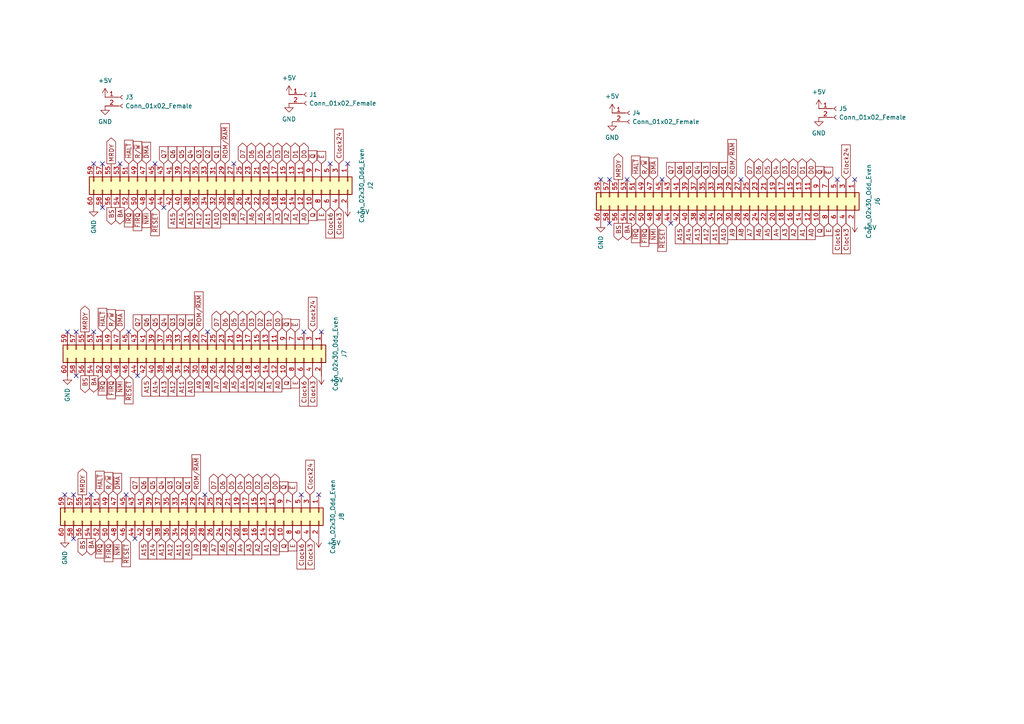
<source format=kicad_sch>
(kicad_sch (version 20211123) (generator eeschema)
  (paper "A4")
  (lib_symbols
    (symbol "Connector:Conn_01x02_Female" (pin_names (offset 1.016) hide)
      (property "Reference" "J" (at 0 2.54 0))
      (property "Value" "Conn_01x02_Female" (at 0 -5.08 0))
      (symbol "Conn_01x02_Female_1_1"
        (arc (start 0 -2.032) (mid -0.508 -2.54) (end 0 -3.048) (stroke (width 0.1524)))
        (polyline (pts (xy -1.27 -2.54) (xy -0.508 -2.54)) (stroke (width 0.1524)))
        (polyline (pts (xy -1.27 0) (xy -0.508 0)) (stroke (width 0.1524)))
        (arc (start 0 0.508) (mid -0.508 0) (end 0 -0.508) (stroke (width 0.1524)))
        (pin passive line (at -5.08 0 0) (length 3.81) (name "Pin_1") (number "1"))
        (pin passive line (at -5.08 -2.54 0) (length 3.81) (name "Pin_2") (number "2"))
      )
    )
    (symbol "Connector_Generic:Conn_02x30_Odd_Even" (pin_names (offset 1.016) hide)
      (property "Reference" "J" (at 1.27 38.1 0))
      (property "Value" "Conn_02x30_Odd_Even" (at 1.27 -40.64 0))
      (symbol "Conn_02x30_Odd_Even_1_1"
        (rectangle (start -1.27 -37.973) (end 0 -38.227) (stroke (width 0.1524)))
        (rectangle (start -1.27 -35.433) (end 0 -35.687) (stroke (width 0.1524)))
        (rectangle (start -1.27 -32.893) (end 0 -33.147) (stroke (width 0.1524)))
        (rectangle (start -1.27 -30.353) (end 0 -30.607) (stroke (width 0.1524)))
        (rectangle (start -1.27 -27.813) (end 0 -28.067) (stroke (width 0.1524)))
        (rectangle (start -1.27 -25.273) (end 0 -25.527) (stroke (width 0.1524)))
        (rectangle (start -1.27 -22.733) (end 0 -22.987) (stroke (width 0.1524)))
        (rectangle (start -1.27 -20.193) (end 0 -20.447) (stroke (width 0.1524)))
        (rectangle (start -1.27 -17.653) (end 0 -17.907) (stroke (width 0.1524)))
        (rectangle (start -1.27 -15.113) (end 0 -15.367) (stroke (width 0.1524)))
        (rectangle (start -1.27 -12.573) (end 0 -12.827) (stroke (width 0.1524)))
        (rectangle (start -1.27 -10.033) (end 0 -10.287) (stroke (width 0.1524)))
        (rectangle (start -1.27 -7.493) (end 0 -7.747) (stroke (width 0.1524)))
        (rectangle (start -1.27 -4.953) (end 0 -5.207) (stroke (width 0.1524)))
        (rectangle (start -1.27 -2.413) (end 0 -2.667) (stroke (width 0.1524)))
        (rectangle (start -1.27 0.127) (end 0 -0.127) (stroke (width 0.1524)))
        (rectangle (start -1.27 2.667) (end 0 2.413) (stroke (width 0.1524)))
        (rectangle (start -1.27 5.207) (end 0 4.953) (stroke (width 0.1524)))
        (rectangle (start -1.27 7.747) (end 0 7.493) (stroke (width 0.1524)))
        (rectangle (start -1.27 10.287) (end 0 10.033) (stroke (width 0.1524)))
        (rectangle (start -1.27 12.827) (end 0 12.573) (stroke (width 0.1524)))
        (rectangle (start -1.27 15.367) (end 0 15.113) (stroke (width 0.1524)))
        (rectangle (start -1.27 17.907) (end 0 17.653) (stroke (width 0.1524)))
        (rectangle (start -1.27 20.447) (end 0 20.193) (stroke (width 0.1524)))
        (rectangle (start -1.27 22.987) (end 0 22.733) (stroke (width 0.1524)))
        (rectangle (start -1.27 25.527) (end 0 25.273) (stroke (width 0.1524)))
        (rectangle (start -1.27 28.067) (end 0 27.813) (stroke (width 0.1524)))
        (rectangle (start -1.27 30.607) (end 0 30.353) (stroke (width 0.1524)))
        (rectangle (start -1.27 33.147) (end 0 32.893) (stroke (width 0.1524)))
        (rectangle (start -1.27 35.687) (end 0 35.433) (stroke (width 0.1524)))
        (rectangle (start -1.27 36.83) (end 3.81 -39.37) (stroke (width 0.254)) (fill (type background)))
        (rectangle (start 3.81 -37.973) (end 2.54 -38.227) (stroke (width 0.1524)))
        (rectangle (start 3.81 -35.433) (end 2.54 -35.687) (stroke (width 0.1524)))
        (rectangle (start 3.81 -32.893) (end 2.54 -33.147) (stroke (width 0.1524)))
        (rectangle (start 3.81 -30.353) (end 2.54 -30.607) (stroke (width 0.1524)))
        (rectangle (start 3.81 -27.813) (end 2.54 -28.067) (stroke (width 0.1524)))
        (rectangle (start 3.81 -25.273) (end 2.54 -25.527) (stroke (width 0.1524)))
        (rectangle (start 3.81 -22.733) (end 2.54 -22.987) (stroke (width 0.1524)))
        (rectangle (start 3.81 -20.193) (end 2.54 -20.447) (stroke (width 0.1524)))
        (rectangle (start 3.81 -17.653) (end 2.54 -17.907) (stroke (width 0.1524)))
        (rectangle (start 3.81 -15.113) (end 2.54 -15.367) (stroke (width 0.1524)))
        (rectangle (start 3.81 -12.573) (end 2.54 -12.827) (stroke (width 0.1524)))
        (rectangle (start 3.81 -10.033) (end 2.54 -10.287) (stroke (width 0.1524)))
        (rectangle (start 3.81 -7.493) (end 2.54 -7.747) (stroke (width 0.1524)))
        (rectangle (start 3.81 -4.953) (end 2.54 -5.207) (stroke (width 0.1524)))
        (rectangle (start 3.81 -2.413) (end 2.54 -2.667) (stroke (width 0.1524)))
        (rectangle (start 3.81 0.127) (end 2.54 -0.127) (stroke (width 0.1524)))
        (rectangle (start 3.81 2.667) (end 2.54 2.413) (stroke (width 0.1524)))
        (rectangle (start 3.81 5.207) (end 2.54 4.953) (stroke (width 0.1524)))
        (rectangle (start 3.81 7.747) (end 2.54 7.493) (stroke (width 0.1524)))
        (rectangle (start 3.81 10.287) (end 2.54 10.033) (stroke (width 0.1524)))
        (rectangle (start 3.81 12.827) (end 2.54 12.573) (stroke (width 0.1524)))
        (rectangle (start 3.81 15.367) (end 2.54 15.113) (stroke (width 0.1524)))
        (rectangle (start 3.81 17.907) (end 2.54 17.653) (stroke (width 0.1524)))
        (rectangle (start 3.81 20.447) (end 2.54 20.193) (stroke (width 0.1524)))
        (rectangle (start 3.81 22.987) (end 2.54 22.733) (stroke (width 0.1524)))
        (rectangle (start 3.81 25.527) (end 2.54 25.273) (stroke (width 0.1524)))
        (rectangle (start 3.81 28.067) (end 2.54 27.813) (stroke (width 0.1524)))
        (rectangle (start 3.81 30.607) (end 2.54 30.353) (stroke (width 0.1524)))
        (rectangle (start 3.81 33.147) (end 2.54 32.893) (stroke (width 0.1524)))
        (rectangle (start 3.81 35.687) (end 2.54 35.433) (stroke (width 0.1524)))
        (pin passive line (at -5.08 35.56 0) (length 3.81) (name "Pin_1") (number "1"))
        (pin passive line (at 7.62 25.4 180) (length 3.81) (name "Pin_10") (number "10"))
        (pin passive line (at -5.08 22.86 0) (length 3.81) (name "Pin_11") (number "11"))
        (pin passive line (at 7.62 22.86 180) (length 3.81) (name "Pin_12") (number "12"))
        (pin passive line (at -5.08 20.32 0) (length 3.81) (name "Pin_13") (number "13"))
        (pin passive line (at 7.62 20.32 180) (length 3.81) (name "Pin_14") (number "14"))
        (pin passive line (at -5.08 17.78 0) (length 3.81) (name "Pin_15") (number "15"))
        (pin passive line (at 7.62 17.78 180) (length 3.81) (name "Pin_16") (number "16"))
        (pin passive line (at -5.08 15.24 0) (length 3.81) (name "Pin_17") (number "17"))
        (pin passive line (at 7.62 15.24 180) (length 3.81) (name "Pin_18") (number "18"))
        (pin passive line (at -5.08 12.7 0) (length 3.81) (name "Pin_19") (number "19"))
        (pin passive line (at 7.62 35.56 180) (length 3.81) (name "Pin_2") (number "2"))
        (pin passive line (at 7.62 12.7 180) (length 3.81) (name "Pin_20") (number "20"))
        (pin passive line (at -5.08 10.16 0) (length 3.81) (name "Pin_21") (number "21"))
        (pin passive line (at 7.62 10.16 180) (length 3.81) (name "Pin_22") (number "22"))
        (pin passive line (at -5.08 7.62 0) (length 3.81) (name "Pin_23") (number "23"))
        (pin passive line (at 7.62 7.62 180) (length 3.81) (name "Pin_24") (number "24"))
        (pin passive line (at -5.08 5.08 0) (length 3.81) (name "Pin_25") (number "25"))
        (pin passive line (at 7.62 5.08 180) (length 3.81) (name "Pin_26") (number "26"))
        (pin passive line (at -5.08 2.54 0) (length 3.81) (name "Pin_27") (number "27"))
        (pin passive line (at 7.62 2.54 180) (length 3.81) (name "Pin_28") (number "28"))
        (pin passive line (at -5.08 0 0) (length 3.81) (name "Pin_29") (number "29"))
        (pin passive line (at -5.08 33.02 0) (length 3.81) (name "Pin_3") (number "3"))
        (pin passive line (at 7.62 0 180) (length 3.81) (name "Pin_30") (number "30"))
        (pin passive line (at -5.08 -2.54 0) (length 3.81) (name "Pin_31") (number "31"))
        (pin passive line (at 7.62 -2.54 180) (length 3.81) (name "Pin_32") (number "32"))
        (pin passive line (at -5.08 -5.08 0) (length 3.81) (name "Pin_33") (number "33"))
        (pin passive line (at 7.62 -5.08 180) (length 3.81) (name "Pin_34") (number "34"))
        (pin passive line (at -5.08 -7.62 0) (length 3.81) (name "Pin_35") (number "35"))
        (pin passive line (at 7.62 -7.62 180) (length 3.81) (name "Pin_36") (number "36"))
        (pin passive line (at -5.08 -10.16 0) (length 3.81) (name "Pin_37") (number "37"))
        (pin passive line (at 7.62 -10.16 180) (length 3.81) (name "Pin_38") (number "38"))
        (pin passive line (at -5.08 -12.7 0) (length 3.81) (name "Pin_39") (number "39"))
        (pin passive line (at 7.62 33.02 180) (length 3.81) (name "Pin_4") (number "4"))
        (pin passive line (at 7.62 -12.7 180) (length 3.81) (name "Pin_40") (number "40"))
        (pin passive line (at -5.08 -15.24 0) (length 3.81) (name "Pin_41") (number "41"))
        (pin passive line (at 7.62 -15.24 180) (length 3.81) (name "Pin_42") (number "42"))
        (pin passive line (at -5.08 -17.78 0) (length 3.81) (name "Pin_43") (number "43"))
        (pin passive line (at 7.62 -17.78 180) (length 3.81) (name "Pin_44") (number "44"))
        (pin passive line (at -5.08 -20.32 0) (length 3.81) (name "Pin_45") (number "45"))
        (pin passive line (at 7.62 -20.32 180) (length 3.81) (name "Pin_46") (number "46"))
        (pin passive line (at -5.08 -22.86 0) (length 3.81) (name "Pin_47") (number "47"))
        (pin passive line (at 7.62 -22.86 180) (length 3.81) (name "Pin_48") (number "48"))
        (pin passive line (at -5.08 -25.4 0) (length 3.81) (name "Pin_49") (number "49"))
        (pin passive line (at -5.08 30.48 0) (length 3.81) (name "Pin_5") (number "5"))
        (pin passive line (at 7.62 -25.4 180) (length 3.81) (name "Pin_50") (number "50"))
        (pin passive line (at -5.08 -27.94 0) (length 3.81) (name "Pin_51") (number "51"))
        (pin passive line (at 7.62 -27.94 180) (length 3.81) (name "Pin_52") (number "52"))
        (pin passive line (at -5.08 -30.48 0) (length 3.81) (name "Pin_53") (number "53"))
        (pin passive line (at 7.62 -30.48 180) (length 3.81) (name "Pin_54") (number "54"))
        (pin passive line (at -5.08 -33.02 0) (length 3.81) (name "Pin_55") (number "55"))
        (pin passive line (at 7.62 -33.02 180) (length 3.81) (name "Pin_56") (number "56"))
        (pin passive line (at -5.08 -35.56 0) (length 3.81) (name "Pin_57") (number "57"))
        (pin passive line (at 7.62 -35.56 180) (length 3.81) (name "Pin_58") (number "58"))
        (pin passive line (at -5.08 -38.1 0) (length 3.81) (name "Pin_59") (number "59"))
        (pin passive line (at 7.62 30.48 180) (length 3.81) (name "Pin_6") (number "6"))
        (pin passive line (at 7.62 -38.1 180) (length 3.81) (name "Pin_60") (number "60"))
        (pin passive line (at -5.08 27.94 0) (length 3.81) (name "Pin_7") (number "7"))
        (pin passive line (at 7.62 27.94 180) (length 3.81) (name "Pin_8") (number "8"))
        (pin passive line (at -5.08 25.4 0) (length 3.81) (name "Pin_9") (number "9"))
      )
    )
    (symbol "power:+5V" (power) (pin_names (offset 0))
      (property "Value" "+5V" (at 0 3.556 0))
      (symbol "+5V_0_1"
        (polyline (pts (xy -0.762 1.27) (xy 0 2.54)))
        (polyline (pts (xy 0 0) (xy 0 2.54)))
        (polyline (pts (xy 0 2.54) (xy 0.762 1.27)))
      )
      (symbol "+5V_1_1"
        (pin power_in line (at 0 0 90) (length 0) hide (name "+5V") (number "1"))
      )
    )
    (symbol "power:GND" (power) (pin_names (offset 0))
      (property "Value" "GND" (at 0 -3.81 0))
      (symbol "GND_0_1"
        (polyline (pts (xy 0 0) (xy 0 -1.27) (xy 1.27 -1.27) (xy 0 -2.54) (xy -1.27 -1.27) (xy 0 -1.27)))
      )
      (symbol "GND_1_1"
        (pin power_in line (at 0 0 270) (length 0) hide (name "GND") (number "1"))
      )
    )
  )
  (no_connect (at 34.798 47.498))
  (no_connect (at 95.758 47.498))
  (no_connect (at 181.864 52.07))
  (no_connect (at 22.098 96.266))
  (no_connect (at 194.564 64.77))
  (no_connect (at 87.376 143.51))
  (no_connect (at 29.718 60.198))
  (no_connect (at 92.456 143.51))
  (no_connect (at 176.784 64.77))
  (no_connect (at 214.884 52.07))
  (no_connect (at 19.558 96.266))
  (no_connect (at 39.116 156.21))
  (no_connect (at 26.416 143.51))
  (no_connect (at 192.024 52.07))
  (no_connect (at 36.576 143.51))
  (no_connect (at 27.178 96.266))
  (no_connect (at 29.718 47.498))
  (no_connect (at 22.098 108.966))
  (no_connect (at 67.818 47.498))
  (no_connect (at 88.138 96.266))
  (no_connect (at 174.244 52.07))
  (no_connect (at 100.838 47.498))
  (no_connect (at 176.784 52.07))
  (no_connect (at 44.958 47.498))
  (no_connect (at 60.198 96.266))
  (no_connect (at 59.436 143.51))
  (no_connect (at 37.338 96.266))
  (no_connect (at 93.218 96.266))
  (no_connect (at 21.336 143.51))
  (no_connect (at 242.824 52.07))
  (no_connect (at 27.178 47.498))
  (no_connect (at 21.336 156.21))
  (no_connect (at 39.878 108.966))
  (no_connect (at 18.796 143.51))
  (no_connect (at 47.498 60.198))
  (no_connect (at 247.904 52.07))
  (global_label "Q1" (shape input) (at 54.356 143.51 90) (property "Intersheet References" "${INTERSHEET_REFS}" (effects hide)))
  (global_label "A3" (shape input) (at 72.136 156.21 270) (property "Intersheet References" "${INTERSHEET_REFS}" (effects hide)))
  (global_label "A14" (shape input) (at 44.958 108.966 270) (property "Intersheet References" "${INTERSHEET_REFS}" (effects hide)))
  (global_label "~{E}" (shape input) (at 84.836 143.51 90) (property "Intersheet References" "${INTERSHEET_REFS}" (effects hide)))
  (global_label "A0" (shape input) (at 88.138 60.198 270) (property "Intersheet References" "${INTERSHEET_REFS}" (effects hide)))
  (global_label "D0" (shape bidirectional) (at 80.518 96.266 90) (property "Intersheet References" "${INTERSHEET_REFS}" (effects hide)))
  (global_label "~{HALT}" (shape input) (at 29.718 96.266 90) (property "Intersheet References" "${INTERSHEET_REFS}" (effects hide)))
  (global_label "~{RESET}" (shape input) (at 44.958 60.198 270) (property "Intersheet References" "${INTERSHEET_REFS}" (effects hide)))
  (global_label "Clock24" (shape input) (at 90.678 96.266 90) (property "Intersheet References" "${INTERSHEET_REFS}" (effects hide)))
  (global_label "~{DMA}" (shape input) (at 42.418 47.498 90) (property "Intersheet References" "${INTERSHEET_REFS}" (effects hide)))
  (global_label "A6" (shape input) (at 219.964 64.77 270) (property "Intersheet References" "${INTERSHEET_REFS}" (effects hide)))
  (global_label "~{IRQ}" (shape input) (at 184.404 64.77 270) (property "Intersheet References" "${INTERSHEET_REFS}" (effects hide)))
  (global_label "~{E}" (shape input) (at 240.284 52.07 90) (property "Intersheet References" "${INTERSHEET_REFS}" (effects hide)))
  (global_label "A11" (shape input) (at 51.816 156.21 270) (property "Intersheet References" "${INTERSHEET_REFS}" (effects hide)))
  (global_label "BA" (shape output) (at 34.798 60.198 270) (property "Intersheet References" "${INTERSHEET_REFS}" (effects hide)))
  (global_label "A6" (shape input) (at 72.898 60.198 270) (property "Intersheet References" "${INTERSHEET_REFS}" (effects hide)))
  (global_label "D4" (shape bidirectional) (at 77.978 47.498 90) (property "Intersheet References" "${INTERSHEET_REFS}" (effects hide)))
  (global_label "~{RESET}" (shape input) (at 36.576 156.21 270) (property "Intersheet References" "${INTERSHEET_REFS}" (effects hide)))
  (global_label "A0" (shape input) (at 80.518 108.966 270) (property "Intersheet References" "${INTERSHEET_REFS}" (effects hide)))
  (global_label "Q6" (shape input) (at 42.418 96.266 90) (property "Intersheet References" "${INTERSHEET_REFS}" (effects hide)))
  (global_label "Q1" (shape input) (at 62.738 47.498 90) (property "Intersheet References" "${INTERSHEET_REFS}" (effects hide)))
  (global_label "~{E}" (shape input) (at 93.218 47.498 90) (property "Intersheet References" "${INTERSHEET_REFS}" (effects hide)))
  (global_label "Q7" (shape input) (at 39.116 143.51 90) (property "Intersheet References" "${INTERSHEET_REFS}" (effects hide)))
  (global_label "A11" (shape input) (at 60.198 60.198 270) (property "Intersheet References" "${INTERSHEET_REFS}" (effects hide)))
  (global_label "ROM{slash}~{RAM}" (shape input) (at 57.658 96.266 90) (property "Intersheet References" "${INTERSHEET_REFS}" (effects hide)))
  (global_label "A10" (shape input) (at 55.118 108.966 270) (property "Intersheet References" "${INTERSHEET_REFS}" (effects hide)))
  (global_label "A1" (shape input) (at 85.598 60.198 270) (property "Intersheet References" "${INTERSHEET_REFS}" (effects hide)))
  (global_label "Q2" (shape input) (at 51.816 143.51 90) (property "Intersheet References" "${INTERSHEET_REFS}" (effects hide)))
  (global_label "Clock6" (shape input) (at 95.758 60.198 270) (property "Intersheet References" "${INTERSHEET_REFS}" (effects hide)))
  (global_label "D2" (shape bidirectional) (at 83.058 47.498 90) (property "Intersheet References" "${INTERSHEET_REFS}" (effects hide)))
  (global_label "Q7" (shape input) (at 47.498 47.498 90) (property "Intersheet References" "${INTERSHEET_REFS}" (effects hide)))
  (global_label "A8" (shape input) (at 67.818 60.198 270) (property "Intersheet References" "${INTERSHEET_REFS}" (effects hide)))
  (global_label "Q1" (shape input) (at 55.118 96.266 90) (property "Intersheet References" "${INTERSHEET_REFS}" (effects hide)))
  (global_label "A7" (shape input) (at 217.424 64.77 270) (property "Intersheet References" "${INTERSHEET_REFS}" (effects hide)))
  (global_label "D1" (shape bidirectional) (at 85.598 47.498 90) (property "Intersheet References" "${INTERSHEET_REFS}" (effects hide)))
  (global_label "A2" (shape input) (at 75.438 108.966 270) (property "Intersheet References" "${INTERSHEET_REFS}" (effects hide)))
  (global_label "E" (shape input) (at 240.284 64.77 270) (property "Intersheet References" "${INTERSHEET_REFS}" (effects hide)))
  (global_label "E" (shape input) (at 93.218 60.198 270) (property "Intersheet References" "${INTERSHEET_REFS}" (effects hide)))
  (global_label "A7" (shape input) (at 62.738 108.966 270) (property "Intersheet References" "${INTERSHEET_REFS}" (effects hide)))
  (global_label "A1" (shape input) (at 232.664 64.77 270) (property "Intersheet References" "${INTERSHEET_REFS}" (effects hide)))
  (global_label "Clock6" (shape input) (at 242.824 64.77 270) (property "Intersheet References" "${INTERSHEET_REFS}" (effects hide)))
  (global_label "Q" (shape input) (at 82.296 156.21 270) (property "Intersheet References" "${INTERSHEET_REFS}" (effects hide)))
  (global_label "A13" (shape input) (at 47.498 108.966 270) (property "Intersheet References" "${INTERSHEET_REFS}" (effects hide)))
  (global_label "A4" (shape input) (at 69.596 156.21 270) (property "Intersheet References" "${INTERSHEET_REFS}" (effects hide)))
  (global_label "D0" (shape bidirectional) (at 88.138 47.498 90) (property "Intersheet References" "${INTERSHEET_REFS}" (effects hide)))
  (global_label "Q" (shape input) (at 90.678 60.198 270) (property "Intersheet References" "${INTERSHEET_REFS}" (effects hide)))
  (global_label "A8" (shape input) (at 214.884 64.77 270) (property "Intersheet References" "${INTERSHEET_REFS}" (effects hide)))
  (global_label "A12" (shape input) (at 50.038 108.966 270) (property "Intersheet References" "${INTERSHEET_REFS}" (effects hide)))
  (global_label "A13" (shape input) (at 46.736 156.21 270) (property "Intersheet References" "${INTERSHEET_REFS}" (effects hide)))
  (global_label "~{HALT}" (shape input) (at 28.956 143.51 90) (property "Intersheet References" "${INTERSHEET_REFS}" (effects hide)))
  (global_label "R{slash}~{W}" (shape input) (at 32.258 96.266 90) (property "Intersheet References" "${INTERSHEET_REFS}" (effects hide)))
  (global_label "~{Q}" (shape input) (at 82.296 143.51 90) (property "Intersheet References" "${INTERSHEET_REFS}" (effects hide)))
  (global_label "Q7" (shape input) (at 194.564 52.07 90) (property "Intersheet References" "${INTERSHEET_REFS}" (effects hide)))
  (global_label "MRDY" (shape output) (at 32.258 47.498 90) (property "Intersheet References" "${INTERSHEET_REFS}" (effects hide)))
  (global_label "D5" (shape bidirectional) (at 67.056 143.51 90) (property "Intersheet References" "${INTERSHEET_REFS}" (effects hide)))
  (global_label "Q4" (shape input) (at 46.736 143.51 90) (property "Intersheet References" "${INTERSHEET_REFS}" (effects hide)))
  (global_label "R{slash}~{W}" (shape input) (at 39.878 47.498 90) (property "Intersheet References" "${INTERSHEET_REFS}" (effects hide)))
  (global_label "A3" (shape input) (at 72.898 108.966 270) (property "Intersheet References" "${INTERSHEET_REFS}" (effects hide)))
  (global_label "A3" (shape input) (at 80.518 60.198 270) (property "Intersheet References" "${INTERSHEET_REFS}" (effects hide)))
  (global_label "A1" (shape input) (at 77.978 108.966 270) (property "Intersheet References" "${INTERSHEET_REFS}" (effects hide)))
  (global_label "D7" (shape bidirectional) (at 61.976 143.51 90) (property "Intersheet References" "${INTERSHEET_REFS}" (effects hide)))
  (global_label "Q" (shape input) (at 83.058 108.966 270) (property "Intersheet References" "${INTERSHEET_REFS}" (effects hide)))
  (global_label "~{NMI}" (shape input) (at 34.036 156.21 270) (property "Intersheet References" "${INTERSHEET_REFS}" (effects hide)))
  (global_label "MRDY" (shape output) (at 23.876 143.51 90) (property "Intersheet References" "${INTERSHEET_REFS}" (effects hide)))
  (global_label "Q2" (shape input) (at 60.198 47.498 90) (property "Intersheet References" "${INTERSHEET_REFS}" (effects hide)))
  (global_label "A7" (shape input) (at 61.976 156.21 270) (property "Intersheet References" "${INTERSHEET_REFS}" (effects hide)))
  (global_label "R{slash}~{W}" (shape input) (at 186.944 52.07 90) (property "Intersheet References" "${INTERSHEET_REFS}" (effects hide)))
  (global_label "Clock3" (shape input) (at 98.298 60.198 270) (property "Intersheet References" "${INTERSHEET_REFS}" (effects hide)))
  (global_label "A2" (shape input) (at 230.124 64.77 270) (property "Intersheet References" "${INTERSHEET_REFS}" (effects hide)))
  (global_label "~{Q}" (shape input) (at 83.058 96.266 90) (property "Intersheet References" "${INTERSHEET_REFS}" (effects hide)))
  (global_label "D4" (shape bidirectional) (at 70.358 96.266 90) (property "Intersheet References" "${INTERSHEET_REFS}" (effects hide)))
  (global_label "A14" (shape input) (at 52.578 60.198 270) (property "Intersheet References" "${INTERSHEET_REFS}" (effects hide)))
  (global_label "A8" (shape input) (at 59.436 156.21 270) (property "Intersheet References" "${INTERSHEET_REFS}" (effects hide)))
  (global_label "A10" (shape input) (at 54.356 156.21 270) (property "Intersheet References" "${INTERSHEET_REFS}" (effects hide)))
  (global_label "Clock24" (shape input) (at 98.298 47.498 90) (property "Intersheet References" "${INTERSHEET_REFS}" (effects hide)))
  (global_label "A11" (shape input) (at 207.264 64.77 270) (property "Intersheet References" "${INTERSHEET_REFS}" (effects hide)))
  (global_label "Q6" (shape input) (at 50.038 47.498 90) (property "Intersheet References" "${INTERSHEET_REFS}" (effects hide)))
  (global_label "A11" (shape input) (at 52.578 108.966 270) (property "Intersheet References" "${INTERSHEET_REFS}" (effects hide)))
  (global_label "A15" (shape input) (at 41.656 156.21 270) (property "Intersheet References" "${INTERSHEET_REFS}" (effects hide)))
  (global_label "Clock3" (shape input) (at 245.364 64.77 270) (property "Intersheet References" "${INTERSHEET_REFS}" (effects hide)))
  (global_label "D4" (shape bidirectional) (at 225.044 52.07 90) (property "Intersheet References" "${INTERSHEET_REFS}" (effects hide)))
  (global_label "D7" (shape bidirectional) (at 217.424 52.07 90) (property "Intersheet References" "${INTERSHEET_REFS}" (effects hide)))
  (global_label "D5" (shape bidirectional) (at 67.818 96.266 90) (property "Intersheet References" "${INTERSHEET_REFS}" (effects hide)))
  (global_label "A12" (shape input) (at 204.724 64.77 270) (property "Intersheet References" "${INTERSHEET_REFS}" (effects hide)))
  (global_label "E" (shape input) (at 85.598 108.966 270) (property "Intersheet References" "${INTERSHEET_REFS}" (effects hide)))
  (global_label "Q3" (shape input) (at 204.724 52.07 90) (property "Intersheet References" "${INTERSHEET_REFS}" (effects hide)))
  (global_label "Q" (shape input) (at 237.744 64.77 270) (property "Intersheet References" "${INTERSHEET_REFS}" (effects hide)))
  (global_label "~{IRQ}" (shape input) (at 37.338 60.198 270) (property "Intersheet References" "${INTERSHEET_REFS}" (effects hide)))
  (global_label "D5" (shape bidirectional) (at 222.504 52.07 90) (property "Intersheet References" "${INTERSHEET_REFS}" (effects hide)))
  (global_label "D6" (shape bidirectional) (at 64.516 143.51 90) (property "Intersheet References" "${INTERSHEET_REFS}" (effects hide)))
  (global_label "Q7" (shape input) (at 39.878 96.266 90) (property "Intersheet References" "${INTERSHEET_REFS}" (effects hide)))
  (global_label "Q6" (shape input) (at 197.104 52.07 90) (property "Intersheet References" "${INTERSHEET_REFS}" (effects hide)))
  (global_label "Clock6" (shape input) (at 88.138 108.966 270) (property "Intersheet References" "${INTERSHEET_REFS}" (effects hide)))
  (global_label "A12" (shape input) (at 57.658 60.198 270) (property "Intersheet References" "${INTERSHEET_REFS}" (effects hide)))
  (global_label "A15" (shape input) (at 50.038 60.198 270) (property "Intersheet References" "${INTERSHEET_REFS}" (effects hide)))
  (global_label "Clock24" (shape input) (at 245.364 52.07 90) (property "Intersheet References" "${INTERSHEET_REFS}" (effects hide)))
  (global_label "Q1" (shape input) (at 209.804 52.07 90) (property "Intersheet References" "${INTERSHEET_REFS}" (effects hide)))
  (global_label "D3" (shape bidirectional) (at 80.518 47.498 90) (property "Intersheet References" "${INTERSHEET_REFS}" (effects hide)))
  (global_label "D3" (shape bidirectional) (at 227.584 52.07 90) (property "Intersheet References" "${INTERSHEET_REFS}" (effects hide)))
  (global_label "Q3" (shape input) (at 57.658 47.498 90) (property "Intersheet References" "${INTERSHEET_REFS}" (effects hide)))
  (global_label "ROM{slash}~{RAM}" (shape input) (at 56.896 143.51 90) (property "Intersheet References" "${INTERSHEET_REFS}" (effects hide)))
  (global_label "E" (shape input) (at 84.836 156.21 270) (property "Intersheet References" "${INTERSHEET_REFS}" (effects hide)))
  (global_label "A9" (shape input) (at 57.658 108.966 270) (property "Intersheet References" "${INTERSHEET_REFS}" (effects hide)))
  (global_label "~{DMA}" (shape input) (at 34.036 143.51 90) (property "Intersheet References" "${INTERSHEET_REFS}" (effects hide)))
  (global_label "A10" (shape input) (at 209.804 64.77 270) (property "Intersheet References" "${INTERSHEET_REFS}" (effects hide)))
  (global_label "A9" (shape input) (at 65.278 60.198 270) (property "Intersheet References" "${INTERSHEET_REFS}" (effects hide)))
  (global_label "~{IRQ}" (shape input) (at 28.956 156.21 270) (property "Intersheet References" "${INTERSHEET_REFS}" (effects hide)))
  (global_label "A14" (shape input) (at 199.644 64.77 270) (property "Intersheet References" "${INTERSHEET_REFS}" (effects hide)))
  (global_label "A5" (shape input) (at 67.056 156.21 270) (property "Intersheet References" "${INTERSHEET_REFS}" (effects hide)))
  (global_label "D0" (shape bidirectional) (at 235.204 52.07 90) (property "Intersheet References" "${INTERSHEET_REFS}" (effects hide)))
  (global_label "D3" (shape bidirectional) (at 72.136 143.51 90) (property "Intersheet References" "${INTERSHEET_REFS}" (effects hide)))
  (global_label "Q4" (shape input) (at 47.498 96.266 90) (property "Intersheet References" "${INTERSHEET_REFS}" (effects hide)))
  (global_label "Clock6" (shape input) (at 87.376 156.21 270) (property "Intersheet References" "${INTERSHEET_REFS}" (effects hide)))
  (global_label "A12" (shape input) (at 49.276 156.21 270) (property "Intersheet References" "${INTERSHEET_REFS}" (effects hide)))
  (global_label "A7" (shape input) (at 70.358 60.198 270) (property "Intersheet References" "${INTERSHEET_REFS}" (effects hide)))
  (global_label "~{FIRQ}" (shape input) (at 31.496 156.21 270) (property "Intersheet References" "${INTERSHEET_REFS}" (effects hide)))
  (global_label "A5" (shape input) (at 75.438 60.198 270) (property "Intersheet References" "${INTERSHEET_REFS}" (effects hide)))
  (global_label "D4" (shape bidirectional) (at 69.596 143.51 90) (property "Intersheet References" "${INTERSHEET_REFS}" (effects hide)))
  (global_label "A4" (shape input) (at 70.358 108.966 270) (property "Intersheet References" "${INTERSHEET_REFS}" (effects hide)))
  (global_label "~{FIRQ}" (shape input) (at 39.878 60.198 270) (property "Intersheet References" "${INTERSHEET_REFS}" (effects hide)))
  (global_label "Clock24" (shape input) (at 89.916 143.51 90) (property "Intersheet References" "${INTERSHEET_REFS}" (effects hide)))
  (global_label "MRDY" (shape output) (at 179.324 52.07 90) (property "Intersheet References" "${INTERSHEET_REFS}" (effects hide)))
  (global_label "~{NMI}" (shape input) (at 42.418 60.198 270) (property "Intersheet References" "${INTERSHEET_REFS}" (effects hide)))
  (global_label "Q5" (shape input) (at 44.958 96.266 90) (property "Intersheet References" "${INTERSHEET_REFS}" (effects hide)))
  (global_label "A5" (shape input) (at 67.818 108.966 270) (property "Intersheet References" "${INTERSHEET_REFS}" (effects hide)))
  (global_label "D6" (shape bidirectional) (at 65.278 96.266 90) (property "Intersheet References" "${INTERSHEET_REFS}" (effects hide)))
  (global_label "BA" (shape output) (at 26.416 156.21 270) (property "Intersheet References" "${INTERSHEET_REFS}" (effects hide)))
  (global_label "~{HALT}" (shape input) (at 184.404 52.07 90) (property "Intersheet References" "${INTERSHEET_REFS}" (effects hide)))
  (global_label "D0" (shape bidirectional) (at 79.756 143.51 90) (property "Intersheet References" "${INTERSHEET_REFS}" (effects hide)))
  (global_label "A2" (shape input) (at 83.058 60.198 270) (property "Intersheet References" "${INTERSHEET_REFS}" (effects hide)))
  (global_label "R{slash}~{W}" (shape input) (at 31.496 143.51 90) (property "Intersheet References" "${INTERSHEET_REFS}" (effects hide)))
  (global_label "D1" (shape bidirectional) (at 232.664 52.07 90) (property "Intersheet References" "${INTERSHEET_REFS}" (effects hide)))
  (global_label "Q2" (shape input) (at 207.264 52.07 90) (property "Intersheet References" "${INTERSHEET_REFS}" (effects hide)))
  (global_label "D2" (shape bidirectional) (at 75.438 96.266 90) (property "Intersheet References" "${INTERSHEET_REFS}" (effects hide)))
  (global_label "~{Q}" (shape input) (at 90.678 47.498 90) (property "Intersheet References" "${INTERSHEET_REFS}" (effects hide)))
  (global_label "A15" (shape input) (at 42.418 108.966 270) (property "Intersheet References" "${INTERSHEET_REFS}" (effects hide)))
  (global_label "A13" (shape input) (at 202.184 64.77 270) (property "Intersheet References" "${INTERSHEET_REFS}" (effects hide)))
  (global_label "D3" (shape bidirectional) (at 72.898 96.266 90) (property "Intersheet References" "${INTERSHEET_REFS}" (effects hide)))
  (global_label "~{FIRQ}" (shape input) (at 186.944 64.77 270) (property "Intersheet References" "${INTERSHEET_REFS}" (effects hide)))
  (global_label "Q2" (shape input) (at 52.578 96.266 90) (property "Intersheet References" "${INTERSHEET_REFS}" (effects hide)))
  (global_label "BS" (shape output) (at 24.638 108.966 270) (property "Intersheet References" "${INTERSHEET_REFS}" (effects hide)))
  (global_label "A0" (shape input) (at 79.756 156.21 270) (property "Intersheet References" "${INTERSHEET_REFS}" (effects hide)))
  (global_label "D1" (shape bidirectional) (at 77.978 96.266 90) (property "Intersheet References" "${INTERSHEET_REFS}" (effects hide)))
  (global_label "ROM{slash}~{RAM}" (shape input) (at 65.278 47.498 90) (property "Intersheet References" "${INTERSHEET_REFS}" (effects hide)))
  (global_label "A6" (shape input) (at 64.516 156.21 270) (property "Intersheet References" "${INTERSHEET_REFS}" (effects hide)))
  (global_label "BS" (shape output) (at 23.876 156.21 270) (property "Intersheet References" "${INTERSHEET_REFS}" (effects hide)))
  (global_label "Clock3" (shape input) (at 90.678 108.966 270) (property "Intersheet References" "${INTERSHEET_REFS}" (effects hide)))
  (global_label "A6" (shape input) (at 65.278 108.966 270) (property "Intersheet References" "${INTERSHEET_REFS}" (effects hide)))
  (global_label "A15" (shape input) (at 197.104 64.77 270) (property "Intersheet References" "${INTERSHEET_REFS}" (effects hide)))
  (global_label "D6" (shape bidirectional) (at 72.898 47.498 90) (property "Intersheet References" "${INTERSHEET_REFS}" (effects hide)))
  (global_label "A0" (shape input) (at 235.204 64.77 270) (property "Intersheet References" "${INTERSHEET_REFS}" (effects hide)))
  (global_label "D1" (shape bidirectional) (at 77.216 143.51 90) (property "Intersheet References" "${INTERSHEET_REFS}" (effects hide)))
  (global_label "A5" (shape input) (at 222.504 64.77 270) (property "Intersheet References" "${INTERSHEET_REFS}" (effects hide)))
  (global_label "A14" (shape input) (at 44.196 156.21 270) (property "Intersheet References" "${INTERSHEET_REFS}" (effects hide)))
  (global_label "A4" (shape input) (at 77.978 60.198 270) (property "Intersheet References" "${INTERSHEET_REFS}" (effects hide)))
  (global_label "BA" (shape output) (at 181.864 64.77 270) (property "Intersheet References" "${INTERSHEET_REFS}" (effects hide)))
  (global_label "~{Q}" (shape input) (at 237.744 52.07 90) (property "Intersheet References" "${INTERSHEET_REFS}" (effects hide)))
  (global_label "Clock3" (shape input) (at 89.916 156.21 270) (property "Intersheet References" "${INTERSHEET_REFS}" (effects hide)))
  (global_label "D2" (shape bidirectional) (at 74.676 143.51 90) (property "Intersheet References" "${INTERSHEET_REFS}" (effects hide)))
  (global_label "~{DMA}" (shape input) (at 189.484 52.07 90) (property "Intersheet References" "${INTERSHEET_REFS}" (effects hide)))
  (global_label "Q4" (shape input) (at 202.184 52.07 90) (property "Intersheet References" "${INTERSHEET_REFS}" (effects hide)))
  (global_label "Q5" (shape input) (at 199.644 52.07 90) (property "Intersheet References" "${INTERSHEET_REFS}" (effects hide)))
  (global_label "~{HALT}" (shape input) (at 37.338 47.498 90) (property "Intersheet References" "${INTERSHEET_REFS}" (effects hide)))
  (global_label "A10" (shape input) (at 62.738 60.198 270) (property "Intersheet References" "${INTERSHEET_REFS}" (effects hide)))
  (global_label "~{RESET}" (shape input) (at 37.338 108.966 270) (property "Intersheet References" "${INTERSHEET_REFS}" (effects hide)))
  (global_label "A4" (shape input) (at 225.044 64.77 270) (property "Intersheet References" "${INTERSHEET_REFS}" (effects hide)))
  (global_label "~{DMA}" (shape input) (at 34.798 96.266 90) (property "Intersheet References" "${INTERSHEET_REFS}" (effects hide)))
  (global_label "Q6" (shape input) (at 41.656 143.51 90) (property "Intersheet References" "${INTERSHEET_REFS}" (effects hide)))
  (global_label "~{NMI}" (shape input) (at 34.798 108.966 270) (property "Intersheet References" "${INTERSHEET_REFS}" (effects hide)))
  (global_label "A3" (shape input) (at 227.584 64.77 270) (property "Intersheet References" "${INTERSHEET_REFS}" (effects hide)))
  (global_label "A9" (shape input) (at 212.344 64.77 270) (property "Intersheet References" "${INTERSHEET_REFS}" (effects hide)))
  (global_label "~{E}" (shape input) (at 85.598 96.266 90) (property "Intersheet References" "${INTERSHEET_REFS}" (effects hide)))
  (global_label "A2" (shape input) (at 74.676 156.21 270) (property "Intersheet References" "${INTERSHEET_REFS}" (effects hide)))
  (global_label "MRDY" (shape output) (at 24.638 96.266 90) (property "Intersheet References" "${INTERSHEET_REFS}" (effects hide)))
  (global_label "BS" (shape output) (at 179.324 64.77 270) (property "Intersheet References" "${INTERSHEET_REFS}" (effects hide)))
  (global_label "Q3" (shape input) (at 50.038 96.266 90) (property "Intersheet References" "${INTERSHEET_REFS}" (effects hide)))
  (global_label "A8" (shape input) (at 60.198 108.966 270) (property "Intersheet References" "${INTERSHEET_REFS}" (effects hide)))
  (global_label "BS" (shape output) (at 32.258 60.198 270) (property "Intersheet References" "${INTERSHEET_REFS}" (effects hide)))
  (global_label "~{RESET}" (shape input) (at 192.024 64.77 270) (property "Intersheet References" "${INTERSHEET_REFS}" (effects hide)))
  (global_label "D7" (shape bidirectional) (at 62.738 96.266 90) (property "Intersheet References" "${INTERSHEET_REFS}" (effects hide)))
  (global_label "Q3" (shape input) (at 49.276 143.51 90) (property "Intersheet References" "${INTERSHEET_REFS}" (effects hide)))
  (global_label "A1" (shape input) (at 77.216 156.21 270) (property "Intersheet References" "${INTERSHEET_REFS}" (effects hide)))
  (global_label "D2" (shape bidirectional) (at 230.124 52.07 90) (property "Intersheet References" "${INTERSHEET_REFS}" (effects hide)))
  (global_label "Q5" (shape input) (at 52.578 47.498 90) (property "Intersheet References" "${INTERSHEET_REFS}" (effects hide)))
  (global_label "ROM{slash}~{RAM}" (shape input) (at 212.344 52.07 90) (property "Intersheet References" "${INTERSHEET_REFS}" (effects hide)))
  (global_label "BA" (shape output) (at 27.178 108.966 270) (property "Intersheet References" "${INTERSHEET_REFS}" (effects hide)))
  (global_label "~{IRQ}" (shape input) (at 29.718 108.966 270) (property "Intersheet References" "${INTERSHEET_REFS}" (effects hide)))
  (global_label "D5" (shape bidirectional) (at 75.438 47.498 90) (property "Intersheet References" "${INTERSHEET_REFS}" (effects hide)))
  (global_label "~{NMI}" (shape input) (at 189.484 64.77 270) (property "Intersheet References" "${INTERSHEET_REFS}" (effects hide)))
  (global_label "A9" (shape input) (at 56.896 156.21 270) (property "Intersheet References" "${INTERSHEET_REFS}" (effects hide)))
  (global_label "D7" (shape bidirectional) (at 70.358 47.498 90) (property "Intersheet References" "${INTERSHEET_REFS}" (effects hide)))
  (global_label "Q5" (shape input) (at 44.196 143.51 90) (property "Intersheet References" "${INTERSHEET_REFS}" (effects hide)))
  (global_label "~{FIRQ}" (shape input) (at 32.258 108.966 270) (property "Intersheet References" "${INTERSHEET_REFS}" (effects hide)))
  (global_label "A13" (shape input) (at 55.118 60.198 270) (property "Intersheet References" "${INTERSHEET_REFS}" (effects hide)))
  (global_label "Q4" (shape input) (at 55.118 47.498 90) (property "Intersheet References" "${INTERSHEET_REFS}" (effects hide)))
  (global_label "D6" (shape bidirectional) (at 219.964 52.07 90) (property "Intersheet References" "${INTERSHEET_REFS}" (effects hide)))
  (symbol (lib_id "power:+5V") (at 93.218 108.966 180) (unit 1)
    (property "Reference" "#PWR018" (effects hide))
    (property "Value" "+5V" (at 95.504 110.2359 0) (effects (justify right)))
  )
  (symbol (lib_id "power:+5V") (at 177.546 32.766 0) (unit 1)
    (property "Reference" "#PWR08" (effects hide))
    (property "Value" "+5V" (at 177.546 27.94 0))
  )
  (symbol (lib_id "power:+5V") (at 237.49 31.496 0) (unit 1)
    (property "Reference" "#PWR011" (effects hide))
    (property "Value" "+5V" (at 237.49 26.67 0))
  )
  (symbol (lib_id "power:GND") (at 83.82 29.972 0) (unit 1)
    (property "Reference" "#PWR05" (effects hide))
    (property "Value" "GND" (at 83.82 34.544 0))
  )
  (symbol (lib_id "Connector_Generic:Conn_02x30_Odd_Even") (at 57.658 101.346 270) (unit 1)
    (property "Reference" "J7" (at 99.822 102.616 0))
    (property "Value" "Conn_02x30_Odd_Even" (at 97.282 102.616 0))
    (property "Footprint" "Connector_PinSocket_2.54mm:PinSocket_2x30_P2.54mm_Vertical" (effects hide))
  )
  (symbol (lib_id "Connector:Conn_01x02_Female") (at 88.9 27.432 0) (unit 1)
    (property "Reference" "J1" (at 89.662 27.4319 0) (effects (justify left)))
    (property "Value" "Conn_01x02_Female" (at 89.662 29.9719 0) (effects (justify left)))
    (property "Footprint" "Connector_PinSocket_2.54mm:PinSocket_1x02_P2.54mm_Vertical" (effects hide))
  )
  (symbol (lib_id "power:+5V") (at 92.456 156.21 180) (unit 1)
    (property "Reference" "#PWR014" (effects hide))
    (property "Value" "+5V" (at 94.742 157.4799 0) (effects (justify right)))
  )
  (symbol (lib_id "power:+5V") (at 100.838 60.198 180) (unit 1)
    (property "Reference" "#PWR06" (effects hide))
    (property "Value" "+5V" (at 103.124 61.4679 0) (effects (justify right)))
  )
  (symbol (lib_id "power:+5V") (at 247.904 64.77 180) (unit 1)
    (property "Reference" "#PWR015" (effects hide))
    (property "Value" "+5V" (at 250.19 66.0399 0) (effects (justify right)))
  )
  (symbol (lib_id "Connector_Generic:Conn_02x30_Odd_Even") (at 65.278 52.578 270) (unit 1)
    (property "Reference" "J2" (at 107.442 53.848 0))
    (property "Value" "Conn_02x30_Odd_Even" (at 104.902 53.848 0))
    (property "Footprint" "Connector_PinSocket_2.54mm:PinSocket_2x30_P2.54mm_Vertical" (effects hide))
  )
  (symbol (lib_id "Connector:Conn_01x02_Female") (at 242.57 31.496 0) (unit 1)
    (property "Reference" "J5" (at 243.332 31.4959 0) (effects (justify left)))
    (property "Value" "Conn_01x02_Female" (at 243.332 34.0359 0) (effects (justify left)))
    (property "Footprint" "Connector_PinSocket_2.54mm:PinSocket_1x02_P2.54mm_Vertical" (effects hide))
  )
  (symbol (lib_id "Connector:Conn_01x02_Female") (at 35.56 28.194 0) (unit 1)
    (property "Reference" "J3" (at 36.322 28.1939 0) (effects (justify left)))
    (property "Value" "Conn_01x02_Female" (at 36.322 30.7339 0) (effects (justify left)))
    (property "Footprint" "Connector_PinSocket_2.54mm:PinSocket_1x02_P2.54mm_Vertical" (effects hide))
  )
  (symbol (lib_id "power:GND") (at 177.546 35.306 0) (unit 1)
    (property "Reference" "#PWR09" (effects hide))
    (property "Value" "GND" (at 177.546 39.878 0))
  )
  (symbol (lib_id "power:GND") (at 237.49 34.036 0) (unit 1)
    (property "Reference" "#PWR012" (effects hide))
    (property "Value" "GND" (at 237.49 38.608 0))
  )
  (symbol (lib_id "power:GND") (at 27.178 60.198 0) (unit 1)
    (property "Reference" "#PWR01" (effects hide))
    (property "Value" "GND" (at 27.1781 63.754 90) (effects (justify right)))
  )
  (symbol (lib_id "power:GND") (at 30.48 30.734 0) (unit 1)
    (property "Reference" "#PWR03" (effects hide))
    (property "Value" "GND" (at 30.48 35.306 0))
  )
  (symbol (lib_id "Connector_Generic:Conn_02x30_Odd_Even") (at 56.896 148.59 270) (unit 1)
    (property "Reference" "J8" (at 99.06 149.86 0))
    (property "Value" "Conn_02x30_Odd_Even" (at 96.52 149.86 0))
    (property "Footprint" "Connector_PinSocket_2.54mm:PinSocket_2x30_P2.54mm_Vertical" (effects hide))
  )
  (symbol (lib_id "Connector:Conn_01x02_Female") (at 182.626 32.766 0) (unit 1)
    (property "Reference" "J4" (at 183.388 32.7659 0) (effects (justify left)))
    (property "Value" "Conn_01x02_Female" (at 183.388 35.3059 0) (effects (justify left)))
    (property "Footprint" "Connector_PinSocket_2.54mm:PinSocket_1x02_P2.54mm_Vertical" (effects hide))
  )
  (symbol (lib_id "Connector_Generic:Conn_02x30_Odd_Even") (at 212.344 57.15 270) (unit 1)
    (property "Reference" "J6" (at 254.508 58.42 0))
    (property "Value" "Conn_02x30_Odd_Even" (at 251.968 58.42 0))
    (property "Footprint" "Connector_PinSocket_2.54mm:PinSocket_2x30_P2.54mm_Vertical" (effects hide))
  )
  (symbol (lib_id "power:GND") (at 19.558 108.966 0) (unit 1)
    (property "Reference" "#PWR010" (effects hide))
    (property "Value" "GND" (at 19.5581 112.522 90) (effects (justify right)))
  )
  (symbol (lib_id "power:+5V") (at 30.48 28.194 0) (unit 1)
    (property "Reference" "#PWR02" (effects hide))
    (property "Value" "+5V" (at 30.48 23.368 0))
  )
  (symbol (lib_id "power:GND") (at 174.244 64.77 0) (unit 1)
    (property "Reference" "#PWR07" (effects hide))
    (property "Value" "GND" (at 174.2441 68.326 90) (effects (justify right)))
  )
  (symbol (lib_id "power:+5V") (at 83.82 27.432 0) (unit 1)
    (property "Reference" "#PWR04" (effects hide))
    (property "Value" "+5V" (at 83.82 22.606 0))
  )
  (symbol (lib_id "power:GND") (at 18.796 156.21 0) (unit 1)
    (property "Reference" "#PWR013" (effects hide))
    (property "Value" "GND" (at 18.7961 159.766 90) (effects (justify right)))
  )
)
</source>
